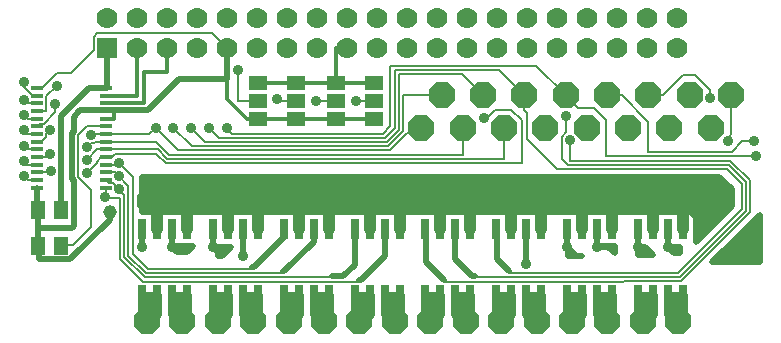
<source format=gbr>
G04 EAGLE Gerber X2 export*
%TF.Part,Single*%
%TF.FileFunction,Copper,L1,Top,Mixed*%
%TF.FilePolarity,Positive*%
%TF.GenerationSoftware,Autodesk,EAGLE,9.0.1*%
%TF.CreationDate,2018-06-21T06:15:50Z*%
G75*
%MOMM*%
%FSLAX34Y34*%
%LPD*%
%AMOC8*
5,1,8,0,0,1.08239X$1,22.5*%
G01*
%ADD10R,48.875000X3.125000*%
%ADD11R,1.300000X1.500000*%
%ADD12P,2.336880X8X22.500000*%
%ADD13P,2.336880X8X202.500000*%
%ADD14R,0.650000X1.750000*%
%ADD15R,1.600200X1.168400*%
%ADD16R,0.990600X0.304800*%
%ADD17R,1.778000X1.778000*%
%ADD18C,1.778000*%
%ADD19C,0.304800*%
%ADD20C,0.203200*%
%ADD21C,1.156400*%
%ADD22C,0.508000*%
%ADD23C,1.016000*%
%ADD24C,1.270000*%
%ADD25C,0.906400*%
%ADD26C,0.750000*%
%ADD27C,0.609600*%


D10*
X459375Y750625D03*
D11*
X145750Y737500D03*
X126750Y737500D03*
D12*
X668750Y643750D03*
X638750Y643750D03*
D13*
X368750Y643750D03*
X338750Y643750D03*
D12*
X308750Y643750D03*
X278750Y643750D03*
X248750Y643750D03*
X218750Y643750D03*
X608750Y643750D03*
X578750Y643750D03*
X548750Y643750D03*
X518750Y643750D03*
X488750Y643750D03*
X458750Y643750D03*
X428750Y643750D03*
X398750Y643750D03*
X713500Y835000D03*
X678500Y835000D03*
D13*
X626250Y807500D03*
X591250Y807500D03*
D12*
X556250Y807500D03*
X521250Y807500D03*
X486250Y807500D03*
X451250Y807500D03*
X643500Y835000D03*
X608500Y835000D03*
X573500Y835000D03*
X538500Y835000D03*
X503500Y835000D03*
X468500Y835000D03*
X696250Y807500D03*
X661250Y807500D03*
D14*
X540100Y721750D03*
X540100Y665750D03*
X552800Y721750D03*
X527400Y721750D03*
X514700Y721750D03*
X552800Y665750D03*
X527400Y665750D03*
X514700Y665750D03*
X480100Y721750D03*
X480100Y665750D03*
X492800Y721750D03*
X467400Y721750D03*
X454700Y721750D03*
X492800Y665750D03*
X467400Y665750D03*
X454700Y665750D03*
X660100Y721750D03*
X660100Y665750D03*
X672800Y721750D03*
X647400Y721750D03*
X634700Y721750D03*
X672800Y665750D03*
X647400Y665750D03*
X634700Y665750D03*
X600100Y721750D03*
X600100Y665750D03*
X612800Y721750D03*
X587400Y721750D03*
X574700Y721750D03*
X612800Y665750D03*
X587400Y665750D03*
X574700Y665750D03*
X240100Y721750D03*
X240100Y665750D03*
X252800Y721750D03*
X227400Y721750D03*
X214700Y721750D03*
X252800Y665750D03*
X227400Y665750D03*
X214700Y665750D03*
X300100Y721750D03*
X300100Y665750D03*
X312800Y721750D03*
X287400Y721750D03*
X274700Y721750D03*
X312800Y665750D03*
X287400Y665750D03*
X274700Y665750D03*
X360100Y721750D03*
X360100Y665750D03*
X372800Y721750D03*
X347400Y721750D03*
X334700Y721750D03*
X372800Y665750D03*
X347400Y665750D03*
X334700Y665750D03*
X420100Y721750D03*
X420100Y665750D03*
X432800Y721750D03*
X407400Y721750D03*
X394700Y721750D03*
X432800Y665750D03*
X407400Y665750D03*
X394700Y665750D03*
D11*
X145750Y707500D03*
X126750Y707500D03*
D15*
X411250Y845240D03*
X411250Y830000D03*
X411250Y814760D03*
X379000Y845240D03*
X379000Y830000D03*
X379000Y814760D03*
X312500Y845240D03*
X312500Y830000D03*
X312500Y814760D03*
X345000Y845240D03*
X345000Y830000D03*
X345000Y814760D03*
D16*
X125572Y841000D03*
X125572Y834500D03*
X125572Y828000D03*
X125572Y821500D03*
X125572Y815000D03*
X125572Y808500D03*
X125572Y802000D03*
X125572Y795500D03*
X125572Y789000D03*
X125572Y782500D03*
X125572Y776000D03*
X125572Y769500D03*
X125572Y763000D03*
X125572Y756500D03*
X183928Y756500D03*
X183928Y763000D03*
X183928Y769500D03*
X183928Y776000D03*
X183928Y782500D03*
X183928Y789000D03*
X183928Y795500D03*
X183928Y802000D03*
X183928Y808500D03*
X183928Y815000D03*
X183928Y821500D03*
X183928Y828000D03*
X183928Y834500D03*
X183928Y841000D03*
D17*
X185300Y874600D03*
D18*
X185300Y900000D03*
X210700Y874600D03*
X210700Y900000D03*
X236100Y874600D03*
X236100Y900000D03*
X261500Y874600D03*
X261500Y900000D03*
X286900Y874600D03*
X286900Y900000D03*
X312300Y874600D03*
X312300Y900000D03*
X337700Y874600D03*
X337700Y900000D03*
X363100Y874600D03*
X363100Y900000D03*
X388500Y874600D03*
X388500Y900000D03*
X413900Y874600D03*
X413900Y900000D03*
X439300Y874600D03*
X439300Y900000D03*
X464700Y874600D03*
X464700Y900000D03*
X490100Y874600D03*
X490100Y900000D03*
X515500Y874600D03*
X515500Y900000D03*
X540900Y874600D03*
X540900Y900000D03*
X566300Y874600D03*
X566300Y900000D03*
X591700Y874600D03*
X591700Y900000D03*
X617100Y874600D03*
X617100Y900000D03*
X642500Y874600D03*
X642500Y900000D03*
X667900Y874600D03*
X667900Y900000D03*
D12*
X693750Y735000D03*
X693750Y757500D03*
X221250Y745000D03*
X247500Y745000D03*
X280000Y745000D03*
X307500Y745000D03*
X340000Y745000D03*
X367500Y745000D03*
X400000Y745000D03*
X427500Y745000D03*
X667500Y745000D03*
X640000Y745000D03*
X607500Y745000D03*
X580000Y745000D03*
X547500Y745000D03*
X520000Y745000D03*
X487500Y745000D03*
X460000Y745000D03*
X728750Y702500D03*
D19*
X286900Y831750D02*
X286900Y849000D01*
X191250Y821500D02*
X183928Y821500D01*
X379000Y814760D02*
X411250Y814760D01*
X379000Y814760D02*
X345000Y814760D01*
X312500Y814760D01*
X191250Y815000D02*
X183928Y815000D01*
X191250Y815000D02*
X191250Y821500D01*
X183928Y821500D02*
X160000Y821500D01*
X123348Y742963D02*
X125935Y738809D01*
X126750Y737500D01*
X126750Y722501D02*
X126750Y707500D01*
X126750Y722501D02*
X126750Y735000D01*
X126750Y737500D01*
X126750Y707500D02*
X126678Y697501D01*
X303890Y814760D02*
X312500Y814760D01*
X303890Y814760D02*
X286900Y831750D01*
X160000Y821500D02*
X156750Y816750D01*
D20*
X130000Y841000D02*
X125572Y841000D01*
X142500Y853500D02*
X154500Y853500D01*
X173870Y872870D01*
X173870Y884542D01*
X176578Y887250D01*
X274250Y887250D02*
X286900Y874600D01*
X142500Y853500D02*
X130000Y841000D01*
X176578Y887250D02*
X274250Y887250D01*
D21*
X187428Y735750D03*
D19*
X126678Y697501D02*
X126678Y696952D01*
X153750Y696952D01*
D22*
X286900Y849000D02*
X286900Y874600D01*
X286900Y849000D02*
X246144Y849000D01*
X192162Y822412D02*
X191250Y821500D01*
X192162Y822412D02*
X219556Y822412D01*
X246144Y849000D01*
X192162Y822412D02*
X162412Y822412D01*
X156750Y816750D01*
X187428Y735750D02*
X187428Y729431D01*
X153933Y695936D02*
X127694Y695936D01*
X153933Y695936D02*
X187428Y729431D01*
X127694Y706556D02*
X127694Y695936D01*
X127694Y706556D02*
X126750Y707500D01*
X126750Y735000D01*
X125572Y739172D02*
X125572Y756500D01*
X125572Y739172D02*
X125935Y738809D01*
X155787Y803222D02*
X156750Y804184D01*
X155787Y803222D02*
X155787Y763777D01*
X156750Y762814D01*
X156750Y804184D02*
X156750Y816750D01*
X155251Y722501D02*
X126750Y722501D01*
X155251Y722501D02*
X156750Y724000D01*
X156750Y762814D01*
X685500Y765750D02*
X693750Y757500D01*
X685500Y765750D02*
X214500Y765750D01*
X214500Y735750D01*
X287250Y721900D02*
X287400Y721750D01*
X227250Y735750D02*
X214500Y735750D01*
X227250Y735750D02*
X252750Y735750D01*
X287250Y735750D01*
X312000Y735750D01*
X346500Y735750D01*
X372750Y735750D01*
X407250Y735750D01*
X433500Y735750D01*
X467250Y735750D01*
X493500Y735750D01*
X527250Y735750D01*
X552750Y735750D01*
X587250Y735750D01*
X613500Y735750D01*
X648000Y735750D01*
X673500Y735750D01*
X679500Y735750D01*
X682500Y732750D01*
X684000Y731250D01*
X684000Y723750D01*
X684000Y720000D01*
X684000Y716250D01*
X684000Y711000D01*
X694875Y721875D01*
X714000Y741000D01*
X714000Y755250D01*
X703500Y765750D01*
X685500Y765750D01*
D23*
X227400Y735600D02*
X227400Y721750D01*
X227400Y735600D02*
X227250Y735750D01*
X252800Y735700D02*
X252800Y721750D01*
X252800Y735700D02*
X252750Y735750D01*
X287400Y735600D02*
X287400Y721750D01*
X287400Y735600D02*
X287250Y735750D01*
X312800Y734950D02*
X312800Y721750D01*
X312800Y734950D02*
X312000Y735750D01*
X347400Y734850D02*
X347400Y721750D01*
X347400Y734850D02*
X346500Y735750D01*
X372800Y735700D02*
X372800Y721750D01*
X372800Y735700D02*
X372750Y735750D01*
X432800Y735050D02*
X432800Y721750D01*
X432800Y735050D02*
X433500Y735750D01*
X407400Y735600D02*
X407400Y721750D01*
X407400Y735600D02*
X407250Y735750D01*
X467400Y735600D02*
X467400Y721750D01*
X467400Y735600D02*
X467250Y735750D01*
X492800Y735050D02*
X492800Y721750D01*
X492800Y735050D02*
X493500Y735750D01*
X527400Y735600D02*
X527400Y721750D01*
X527400Y735600D02*
X527250Y735750D01*
X552800Y735700D02*
X552800Y721750D01*
X552800Y735700D02*
X552750Y735750D01*
X587400Y735600D02*
X587400Y721750D01*
X587400Y735600D02*
X587250Y735750D01*
X612800Y735050D02*
X612800Y721750D01*
X612800Y735050D02*
X613500Y735750D01*
X647400Y735150D02*
X647400Y721750D01*
X647400Y735150D02*
X648000Y735750D01*
X672800Y735050D02*
X672800Y721750D01*
X672800Y735050D02*
X673500Y735750D01*
D24*
X693750Y757500D02*
X220500Y759000D01*
X221250Y742500D01*
X229500Y749250D01*
X702000Y757500D01*
X708750Y751500D01*
X705000Y740250D01*
X690750Y729750D01*
X701250Y752250D01*
X681750Y746250D01*
X680216Y746242D01*
X547497Y745580D01*
X231000Y744000D01*
X684750Y742500D01*
D22*
X694467Y721664D02*
X684000Y716250D01*
X694467Y721664D02*
X694875Y721875D01*
X687890Y720618D02*
X684000Y720000D01*
X687890Y720618D02*
X694467Y721664D01*
X686886Y726316D02*
X690750Y729750D01*
X686886Y726316D02*
X684000Y723750D01*
X686886Y726316D02*
X687890Y720618D01*
X682500Y732750D02*
X680216Y746242D01*
X684000Y731250D02*
X693750Y735000D01*
X687000Y738000D01*
X547500Y745000D02*
X547500Y745577D01*
X547497Y745580D01*
D25*
X141000Y827250D03*
X660000Y706741D03*
X711000Y795750D03*
D20*
X713750Y802500D01*
X713500Y835000D01*
X128008Y810936D02*
X125572Y808500D01*
X128008Y810936D02*
X131577Y810936D01*
X141000Y820359D01*
X141000Y827250D01*
D22*
X660000Y721650D02*
X660000Y706741D01*
X660000Y721650D02*
X660100Y721750D01*
X660000Y706741D02*
X660491Y706250D01*
X670000Y706250D01*
X670000Y701250D01*
X665491Y701250D01*
X660000Y706741D01*
D20*
X125572Y802000D02*
X116500Y802000D01*
X114750Y805500D01*
D25*
X114750Y805500D03*
X635000Y706726D03*
D22*
X635000Y721450D01*
X634700Y721750D01*
X641250Y700000D02*
X647500Y700000D01*
X641250Y700000D02*
X635000Y700000D01*
X640774Y706726D02*
X647500Y700000D01*
X640774Y706726D02*
X635000Y706726D01*
X635000Y700000D01*
X635000Y706250D02*
X635000Y706726D01*
X635000Y706250D02*
X641250Y700000D01*
D25*
X136500Y805500D03*
X695542Y832500D03*
X600033Y706791D03*
D20*
X672976Y852085D02*
X682500Y852085D01*
X133065Y802065D02*
X133065Y799424D01*
X133065Y802065D02*
X136500Y805500D01*
X129141Y795500D02*
X125572Y795500D01*
X129141Y795500D02*
X133065Y799424D01*
D22*
X600033Y721683D02*
X600033Y706791D01*
X600033Y721683D02*
X600100Y721750D01*
X600742Y707500D02*
X600033Y706791D01*
X600742Y707500D02*
X615000Y707500D01*
X615000Y701250D01*
X609459Y706791D01*
X600033Y706791D01*
D20*
X695542Y832500D02*
X695542Y839043D01*
X682500Y852085D01*
X672976Y852085D02*
X655891Y835000D01*
X643500Y835000D01*
D19*
X185300Y841000D02*
X183928Y841000D01*
X312500Y845240D02*
X345000Y845240D01*
X379000Y845240D01*
X411250Y845240D01*
X146260Y737649D02*
X145750Y737500D01*
X379000Y874600D02*
X388500Y874600D01*
X379000Y874600D02*
X379000Y845240D01*
D22*
X185300Y841000D02*
X185300Y874600D01*
X183928Y841000D02*
X170000Y841000D01*
X169760Y841000D01*
X170000Y841000D02*
X146260Y817260D01*
X146260Y737649D01*
D19*
X147750Y707500D02*
X150750Y707500D01*
X147750Y707500D02*
X145750Y707500D01*
D20*
X168250Y808500D02*
X183928Y808500D01*
X168250Y808500D02*
X160867Y801117D01*
X147750Y709253D02*
X147750Y707500D01*
X171750Y731250D02*
X171750Y733253D01*
X146250Y708000D02*
X145750Y707500D01*
X146250Y708000D02*
X156000Y708000D01*
X171750Y723750D01*
X171750Y731250D01*
X171750Y733253D02*
X171750Y754999D01*
X160867Y765881D02*
X160867Y801117D01*
X160867Y765881D02*
X171750Y754999D01*
D26*
X660100Y665750D02*
X660100Y649900D01*
X665769Y645870D01*
X668750Y643750D01*
X672800Y658500D02*
X672800Y665750D01*
X672800Y658500D02*
X672800Y645300D01*
X668750Y643750D01*
D27*
X672800Y665750D02*
X660100Y665750D01*
X672800Y665750D02*
X666562Y648112D01*
X665769Y645870D01*
X672800Y658500D02*
X660100Y665750D01*
X664570Y653550D01*
X666562Y648112D01*
X664570Y653550D02*
X672800Y665750D01*
D26*
X634700Y665750D02*
X634700Y650250D01*
X634700Y645300D01*
X638750Y643750D01*
X647400Y649900D02*
X647400Y665750D01*
X647400Y649900D02*
X640923Y645295D01*
X638750Y643750D01*
D27*
X634700Y665750D02*
X647400Y665750D01*
X645027Y658254D01*
X640923Y645295D01*
X645027Y658254D02*
X634700Y665750D01*
X647400Y665750D02*
X634700Y650250D01*
D26*
X600100Y649900D02*
X600100Y665750D01*
X600100Y649900D02*
X605625Y645972D01*
X608750Y643750D01*
X612800Y645300D02*
X612800Y665750D01*
X612800Y645300D02*
X608750Y643750D01*
D27*
X612800Y665750D02*
X600100Y665750D01*
X612800Y665750D02*
X609793Y657462D01*
X605625Y645972D01*
X609793Y657462D02*
X600100Y665750D01*
X612800Y665750D02*
X600100Y649900D01*
D26*
X574700Y645300D02*
X574700Y665750D01*
X574700Y645300D02*
X578750Y643750D01*
X587400Y649900D02*
X587400Y665750D01*
X587400Y649900D02*
X578750Y643750D01*
D27*
X574700Y665750D02*
X587400Y665750D01*
X582602Y658024D01*
X581048Y655523D01*
X574700Y645300D01*
X581048Y655523D02*
X574700Y665750D01*
X583819Y659984D01*
X582602Y658024D01*
X583819Y659984D02*
X587400Y665750D01*
D20*
X125572Y789000D02*
X117000Y789000D01*
X114750Y792000D01*
D25*
X114750Y792000D03*
X732750Y795750D03*
X574250Y706750D03*
D20*
X723000Y795750D02*
X732750Y795750D01*
X723000Y795750D02*
X714446Y787196D01*
X711748Y787196D02*
X643501Y787268D01*
X711748Y787196D02*
X714446Y787196D01*
X643501Y787268D02*
X643501Y812500D01*
D22*
X574250Y721300D02*
X574250Y706750D01*
X574250Y721300D02*
X574700Y721750D01*
X574250Y706750D02*
X575000Y706000D01*
X575000Y698750D01*
X582250Y698750D01*
X587500Y698750D01*
X582250Y698750D02*
X574250Y706750D01*
D20*
X643501Y812500D02*
X621001Y835000D01*
X608500Y835000D01*
D25*
X136500Y785250D03*
X286250Y807500D03*
D20*
X418750Y802500D02*
X425000Y808750D01*
X425000Y860000D01*
D25*
X734250Y783750D03*
D20*
X540100Y721750D02*
X540094Y720754D01*
D25*
X540000Y691934D03*
D20*
X607500Y783750D02*
X714970Y783636D01*
X734136Y783636D01*
X734250Y783750D01*
X584250Y824250D02*
X573500Y835000D01*
X548500Y860000D01*
X425000Y860000D01*
X133750Y782500D02*
X125572Y782500D01*
X133750Y782500D02*
X136500Y785250D01*
D22*
X540000Y720660D02*
X540000Y691934D01*
X540000Y720660D02*
X540094Y720754D01*
D20*
X291250Y802500D02*
X286250Y807500D01*
X291250Y802500D02*
X418750Y802500D01*
X607500Y813750D02*
X607500Y783750D01*
X607500Y813750D02*
X597000Y824250D01*
X584250Y824250D01*
X125572Y776000D02*
X117500Y776000D01*
X114750Y779250D01*
D25*
X114750Y779250D03*
X271250Y807500D03*
D20*
X428556Y856056D02*
X428750Y856250D01*
X428556Y807277D02*
X420223Y798944D01*
X428556Y807277D02*
X428556Y856056D01*
X428750Y856250D02*
X506250Y856250D01*
X507750Y856250D01*
X525375Y685875D02*
X526638Y684612D01*
X709960Y772540D02*
X722500Y760000D01*
X709960Y772540D02*
X565960Y772540D01*
X722500Y760000D02*
X722500Y738750D01*
X668362Y684612D02*
X526638Y684612D01*
D22*
X515000Y696250D02*
X515000Y721450D01*
X514700Y721750D01*
X515000Y696250D02*
X525114Y686136D01*
X525375Y686136D01*
D20*
X279806Y798944D02*
X271250Y807500D01*
X279806Y798944D02*
X420223Y798944D01*
X668362Y684612D02*
X722500Y738750D01*
X565960Y772540D02*
X541000Y797500D01*
X541000Y820000D01*
X538500Y822500D01*
X538500Y835000D01*
X517250Y856250D02*
X507750Y856250D01*
X517250Y856250D02*
X538500Y835000D01*
D25*
X137250Y771000D03*
D20*
X421696Y795388D02*
X432112Y805804D01*
X432112Y852306D01*
X432500Y852694D01*
D25*
X256250Y807500D03*
X573693Y817149D03*
D20*
X726056Y761473D02*
X726180Y761349D01*
X726056Y761473D02*
X711433Y776096D01*
X575000Y776096D01*
X569928Y799749D02*
X573693Y803515D01*
X573693Y817149D01*
X569928Y799749D02*
X569928Y781168D01*
X575000Y776096D01*
X135750Y769500D02*
X125572Y769500D01*
X135750Y769500D02*
X137250Y771000D01*
X726180Y761349D02*
X726180Y738000D01*
X669835Y681056D02*
X496500Y681056D01*
D22*
X480000Y696250D02*
X480000Y721650D01*
X480100Y721750D01*
X480000Y696250D02*
X494130Y682120D01*
X496500Y682120D01*
D20*
X268362Y795388D02*
X256250Y807500D01*
X268362Y795388D02*
X421696Y795388D01*
X669835Y681056D02*
X726056Y737277D01*
X726056Y761473D01*
X503500Y835000D02*
X485806Y852694D01*
X432500Y852694D01*
D26*
X540100Y665750D02*
X540100Y657750D01*
X540100Y649900D01*
X548750Y643750D01*
X552800Y645300D02*
X552800Y665750D01*
X552800Y645300D02*
X548750Y643750D01*
D27*
X552800Y665750D02*
X540100Y665750D01*
X546611Y661852D02*
X552800Y665750D01*
X546611Y661852D02*
X540100Y657750D01*
X540100Y665750D02*
X545913Y645767D01*
X546611Y661852D01*
D26*
X514700Y665750D02*
X514700Y645300D01*
X518750Y643750D01*
X527400Y660000D02*
X527400Y665750D01*
X527400Y660000D02*
X527400Y649900D01*
X518750Y643750D01*
D27*
X514700Y665750D02*
X527400Y665750D01*
X514700Y645300D01*
X527400Y649900D02*
X514700Y665750D01*
X527400Y660000D01*
D26*
X480100Y665750D02*
X480100Y649900D01*
X482857Y647940D01*
X488750Y643750D01*
X492800Y649500D02*
X492800Y665750D01*
X492800Y649500D02*
X492800Y645300D01*
X488750Y643750D01*
D27*
X492800Y665750D02*
X480100Y665750D01*
X483821Y654544D02*
X480100Y649900D01*
X492800Y649500D02*
X480100Y665750D01*
X482154Y652485D01*
X482857Y647940D01*
X483821Y654544D02*
X492800Y665750D01*
X482154Y652485D02*
X488750Y643750D01*
D26*
X454700Y650250D02*
X454700Y665750D01*
X454700Y650250D02*
X454700Y645300D01*
X458750Y643750D01*
X467400Y658500D02*
X467400Y665750D01*
X467400Y658500D02*
X467400Y649900D01*
X458750Y643750D01*
D27*
X467400Y649900D02*
X454700Y665750D01*
X467400Y665750D01*
X467400Y658500D02*
X454700Y665750D01*
X458199Y654521D02*
X454700Y650250D01*
X458199Y654521D02*
X467400Y665750D01*
X458199Y654521D02*
X458750Y643750D01*
D20*
X125572Y763000D02*
X118000Y763000D01*
X116000Y765000D01*
X114750Y766500D01*
D25*
X114750Y766500D03*
D20*
X423169Y791832D02*
X435668Y804331D01*
D25*
X241250Y807500D03*
D20*
X471710Y677040D02*
X577500Y677040D01*
X667500Y677439D02*
X670499Y677452D01*
X667500Y677439D02*
X577500Y677040D01*
D25*
X577000Y796820D03*
D20*
X729736Y762822D02*
X729806Y762752D01*
X729736Y762822D02*
X712906Y779652D01*
X577000Y779652D01*
X577000Y796820D01*
X470500Y678250D02*
X471710Y677040D01*
X729806Y745000D02*
X729806Y762752D01*
X729806Y745000D02*
X729806Y738750D01*
D22*
X455000Y721450D02*
X455000Y693750D01*
X455000Y721450D02*
X454700Y721750D01*
X455000Y693750D02*
X470186Y678564D01*
X470500Y678564D01*
D20*
X468500Y835000D02*
X435668Y835000D01*
X435668Y804331D01*
X256918Y791832D02*
X241250Y807500D01*
X256918Y791832D02*
X423169Y791832D01*
X729736Y738680D02*
X729806Y738750D01*
X729736Y738680D02*
X729736Y735928D01*
X671247Y677439D01*
X667500Y677439D01*
X729736Y744930D02*
X729736Y762822D01*
X729806Y745000D02*
X729736Y744930D01*
X729736Y738680D01*
X439224Y802858D02*
X424642Y788276D01*
D25*
X214500Y706500D03*
X226250Y807500D03*
D20*
X183928Y802000D02*
X171751Y802000D01*
X171179Y801428D01*
D25*
X171179Y801428D03*
D20*
X439224Y802858D02*
X451250Y802858D01*
X451250Y807500D01*
D22*
X214700Y706500D02*
X214500Y706500D01*
X214700Y706500D02*
X214700Y721750D01*
D20*
X245474Y788276D02*
X226250Y807500D01*
X245474Y788276D02*
X424642Y788276D01*
X220750Y802000D02*
X183928Y802000D01*
X220750Y802000D02*
X226250Y807500D01*
X226859Y795500D02*
X183928Y795500D01*
X226859Y795500D02*
X237639Y784720D01*
D25*
X240000Y706500D03*
X168000Y791250D03*
D20*
X486250Y784720D02*
X486250Y807500D01*
X486250Y784720D02*
X237639Y784720D01*
X183928Y795500D02*
X175253Y795500D01*
X174109Y794356D01*
X171106Y794356D01*
X168000Y791250D01*
D22*
X240000Y706500D02*
X240100Y706500D01*
X240100Y721750D01*
X241000Y707500D02*
X240000Y706500D01*
X241000Y707500D02*
X257500Y707500D01*
X252500Y702500D01*
X244000Y702500D02*
X240000Y706500D01*
X244000Y702500D02*
X252500Y702500D01*
D20*
X228330Y789000D02*
X183928Y789000D01*
X228330Y789000D02*
X236166Y781164D01*
D25*
X274500Y706500D03*
X168000Y780000D03*
D20*
X521250Y781164D02*
X521250Y807500D01*
X521250Y781164D02*
X236166Y781164D01*
X183928Y789000D02*
X177000Y789000D01*
X168000Y780000D01*
D22*
X274500Y706500D02*
X274700Y706500D01*
X274700Y721750D01*
X274500Y706500D02*
X283000Y706500D01*
X283750Y706500D02*
X289750Y706500D01*
X290000Y706250D01*
X282500Y698750D01*
X278750Y698750D01*
X278750Y702250D01*
X274500Y706500D01*
X278750Y702250D02*
X283000Y706500D01*
X283750Y706500D01*
D26*
X214700Y665750D02*
X214700Y657750D01*
X214700Y645300D01*
X218750Y643750D01*
X227400Y655500D02*
X227400Y665750D01*
X227400Y655500D02*
X227400Y649900D01*
X218750Y643750D01*
D27*
X214700Y665750D02*
X227400Y665750D01*
X217918Y659777D01*
X214700Y657750D01*
X214700Y665750D02*
X227400Y655500D01*
X220500Y651750D02*
X227400Y665750D01*
X217918Y659777D02*
X220500Y651750D01*
D26*
X240100Y658500D02*
X240100Y665750D01*
X240100Y658500D02*
X240100Y649900D01*
X248750Y643750D01*
X252800Y655500D02*
X252800Y665750D01*
X252800Y655500D02*
X252800Y651750D01*
X252800Y645300D01*
X248750Y643750D01*
D27*
X252800Y665750D02*
X240100Y665750D01*
X240100Y658500D02*
X252800Y665750D01*
X252800Y655500D02*
X240100Y665750D01*
X252800Y665750D02*
X240100Y649900D01*
X252800Y651750D02*
X240100Y665750D01*
D26*
X274700Y665750D02*
X274700Y660000D01*
X274700Y653250D01*
X274700Y648000D01*
X274700Y645300D01*
X278750Y643750D01*
X287400Y656250D02*
X287400Y665750D01*
X287400Y656250D02*
X287400Y649900D01*
X281565Y645752D01*
X278750Y643750D01*
D27*
X274700Y665750D02*
X287400Y665750D01*
X274700Y660000D01*
X274700Y665750D02*
X287400Y656250D01*
X287400Y665750D02*
X274700Y653250D01*
X274700Y665750D02*
X287400Y649900D01*
X274700Y648000D02*
X287400Y665750D01*
X274700Y665750D02*
X281565Y645752D01*
D26*
X300100Y649900D02*
X300100Y665750D01*
X300100Y649900D02*
X308750Y643750D01*
X312800Y653250D02*
X312800Y665750D01*
X312800Y653250D02*
X312800Y645300D01*
X308750Y643750D01*
D27*
X312800Y665750D02*
X300100Y665750D01*
X312800Y665750D02*
X300100Y649900D01*
X312800Y653250D02*
X300100Y665750D01*
X312800Y665750D02*
X304562Y646728D01*
D20*
X306140Y646360D02*
X308750Y643750D01*
X306140Y646360D02*
X305078Y646360D01*
X188872Y782500D02*
X183928Y782500D01*
D25*
X168000Y768750D03*
X300000Y699000D03*
X504000Y815250D03*
D20*
X191816Y785444D02*
X188872Y782500D01*
X226857Y785444D02*
X234693Y777608D01*
X226857Y785444D02*
X191816Y785444D01*
X176435Y777185D02*
X168000Y768750D01*
X176435Y777185D02*
X176435Y778576D01*
X180359Y782500D01*
X183928Y782500D01*
D22*
X300000Y721750D02*
X300000Y699000D01*
X300000Y721750D02*
X300100Y721750D01*
D20*
X234693Y777608D02*
X536250Y777608D01*
X536250Y813750D01*
X506500Y815250D02*
X504000Y815250D01*
X506500Y815250D02*
X513750Y822500D01*
X527500Y822500D01*
X536250Y813750D01*
D25*
X195000Y777750D03*
D20*
X219750Y687708D02*
X307708Y687708D01*
X193250Y776000D02*
X183928Y776000D01*
X193250Y776000D02*
X195000Y777750D01*
X207000Y765750D01*
X207000Y700458D02*
X219750Y687708D01*
X207000Y700458D02*
X207000Y765750D01*
D22*
X334700Y721750D02*
X334700Y714700D01*
X309232Y689232D01*
X307708Y689232D01*
D25*
X195000Y766500D03*
D20*
X333750Y684152D02*
X334424Y684826D01*
X192000Y769500D02*
X183928Y769500D01*
X192000Y769500D02*
X195000Y766500D01*
X203250Y758250D01*
X203250Y699179D02*
X218277Y684152D01*
X203250Y699179D02*
X203250Y758250D01*
X218277Y684152D02*
X333750Y684152D01*
D22*
X360100Y710502D02*
X360100Y721750D01*
X360100Y710502D02*
X335274Y685676D01*
X334424Y685676D01*
D25*
X195000Y755250D03*
D20*
X187497Y763000D02*
X183928Y763000D01*
X191678Y755250D02*
X195000Y755250D01*
X186364Y760564D02*
X183928Y763000D01*
X186364Y760564D02*
X189933Y760564D01*
X191421Y759076D01*
X191421Y755507D01*
X191678Y755250D01*
X195000Y755250D02*
X199500Y750750D01*
X199500Y697900D02*
X216804Y680596D01*
X199500Y697900D02*
X199500Y750750D01*
X216804Y680596D02*
X375750Y680596D01*
D22*
X394700Y691546D02*
X394700Y721750D01*
X394700Y691546D02*
X385274Y682120D01*
X375750Y682120D01*
D26*
X334700Y665750D02*
X334700Y645300D01*
X338750Y643750D01*
X347400Y649900D02*
X347400Y665750D01*
X347400Y649900D02*
X338750Y643750D01*
D27*
X334700Y665750D02*
X347400Y665750D01*
X343738Y659853D01*
X341385Y656064D01*
X334700Y645300D01*
X341385Y656064D02*
X334700Y665750D01*
X343738Y659853D01*
D26*
X360100Y654000D02*
X360100Y665750D01*
X360100Y654000D02*
X360100Y649900D01*
X363068Y647790D01*
X368750Y643750D01*
X372800Y655500D02*
X372800Y665750D01*
X372800Y655500D02*
X372800Y645300D01*
X368750Y643750D01*
D27*
X372800Y665750D02*
X360100Y665750D01*
X372800Y665750D02*
X363068Y647790D01*
X372800Y655500D02*
X360100Y665750D01*
X360100Y654000D02*
X372800Y665750D01*
D26*
X394700Y665750D02*
X394700Y652500D01*
X394700Y645300D01*
X398750Y643750D01*
X407400Y649900D02*
X407400Y665750D01*
X407400Y649900D02*
X398750Y643750D01*
D27*
X394700Y665750D02*
X407400Y665750D01*
X394700Y665750D02*
X407400Y649900D01*
X394700Y652500D02*
X407400Y665750D01*
D26*
X420100Y665750D02*
X420100Y649900D01*
X428750Y643750D01*
X432800Y651000D02*
X432800Y665750D01*
X432800Y651000D02*
X432800Y645300D01*
X428750Y643750D01*
D27*
X432800Y665750D02*
X420100Y665750D01*
X432800Y651000D01*
X420100Y649900D02*
X432800Y665750D01*
D25*
X183750Y748500D03*
D20*
X184178Y756250D02*
X183928Y756500D01*
X183928Y748678D01*
X183750Y748500D01*
X195750Y696621D02*
X215331Y677040D01*
X398290Y677040D01*
X195750Y748178D02*
X184072Y748178D01*
X183750Y748500D01*
X195750Y748178D02*
X195750Y696621D01*
D22*
X420100Y698900D02*
X420100Y721750D01*
X420100Y698900D02*
X420125Y698875D01*
X399814Y678564D02*
X398290Y678564D01*
X399814Y678564D02*
X420125Y698875D01*
D20*
X125572Y828000D02*
X116750Y828000D01*
X114750Y831000D01*
D25*
X114750Y831000D03*
X329000Y831500D03*
D20*
X329000Y830000D01*
X345000Y830000D01*
D25*
X142500Y843000D03*
X362250Y830000D03*
D20*
X379000Y830000D01*
X142500Y843000D02*
X133500Y834000D01*
X133500Y821250D01*
X125822Y821250D01*
X125572Y821500D01*
D25*
X114750Y818250D03*
X395750Y830000D03*
D20*
X411250Y830000D01*
X125572Y815000D02*
X118000Y815000D01*
X114750Y818250D01*
D19*
X236100Y854250D02*
X236100Y874600D01*
X236100Y854250D02*
X236250Y854250D01*
X236100Y854250D02*
X216000Y854250D01*
X216000Y828000D02*
X183928Y828000D01*
X216000Y828000D02*
X216000Y854250D01*
X210700Y834500D02*
X183928Y834500D01*
X210700Y834500D02*
X210700Y874600D01*
D25*
X114750Y846000D03*
X296000Y856250D03*
D20*
X296000Y830000D01*
X312500Y830000D01*
X125572Y834500D02*
X122003Y834500D01*
X114750Y841753D02*
X114750Y846000D01*
X114750Y841753D02*
X122003Y834500D01*
D22*
X698750Y695000D02*
X735000Y731250D01*
X735000Y695000D01*
X698750Y695000D01*
X697500Y693750D01*
X733750Y693750D02*
X735000Y695000D01*
X733750Y693750D02*
X702500Y693750D01*
X697500Y693750D01*
X702500Y693750D02*
X731250Y722500D01*
X732500Y723750D01*
X731250Y722500D02*
X731250Y698750D01*
X711250Y698750D01*
X726250Y713750D01*
X728750Y713750D01*
X728750Y703750D01*
X726250Y701250D01*
X725000Y702500D01*
X718750Y702500D01*
X723750Y707500D01*
X726250Y707500D01*
X726250Y703750D01*
X725000Y702500D01*
X726250Y701250D02*
X733750Y693750D01*
X737500Y693750D02*
X737500Y733750D01*
X737500Y693750D02*
X733750Y693750D01*
X735000Y731250D02*
X737500Y733750D01*
X686250Y735000D02*
X686250Y717500D01*
X711250Y742500D01*
X711250Y755000D01*
X706250Y760000D01*
X702500Y763750D01*
X706250Y760000D02*
X706250Y740000D01*
M02*

</source>
